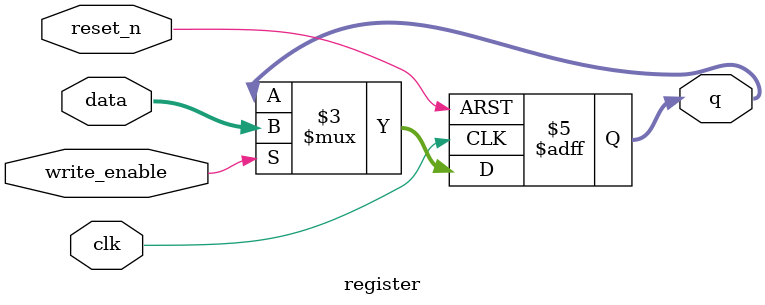
<source format=sv>

module register #(parameter width=16)
						 (input logic [width-1:0] data,
						  input logic write_enable, clk, reset_n,
						  output logic [width-1:0] q);
						  
						  
		always_ff @(posedge clk, negedge reset_n)
			if(~reset_n) //asynchronous active low reset
				q<='0;
			else if (write_enable)
				q<=data;
						  
						  
endmodule
</source>
